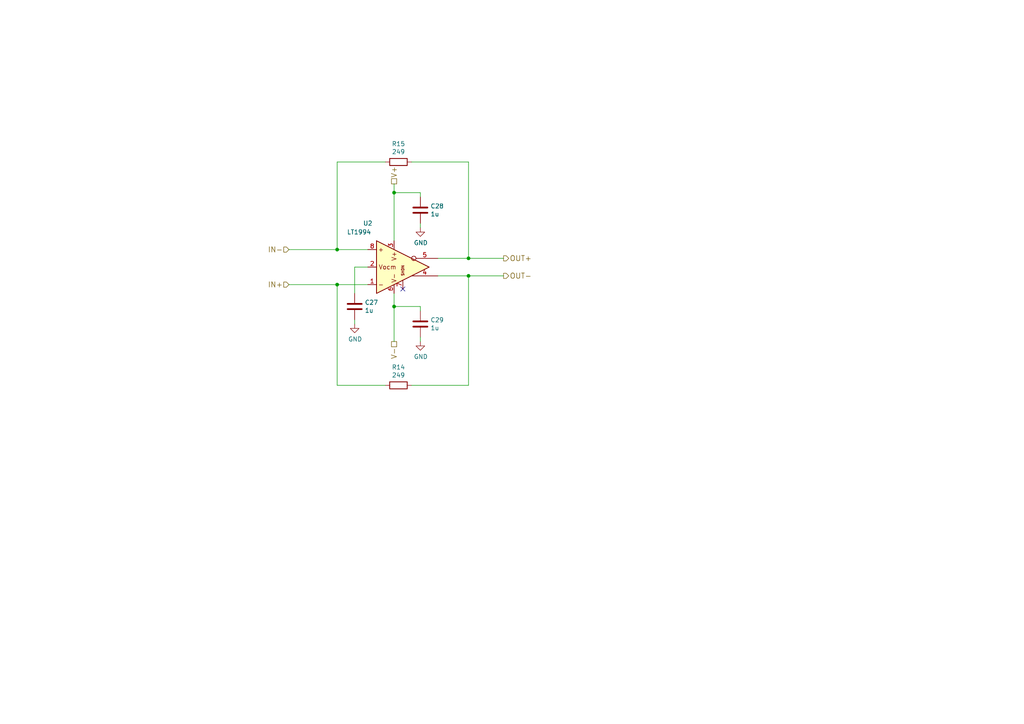
<source format=kicad_sch>
(kicad_sch (version 20230121) (generator eeschema)
  (paper "A4")
  (title_block (title "Low Noise Differential Amplifier") (date "2023-05-02") (rev "v1.1") (comment 1 "Copyright (©) 2023, Patrick Baus <patrick.baus@physik.tu-darmstadt.de>") (comment 2 "Licensed under CERN OHL v.1.2"))
  (lib_symbols
    (symbol "Device:C" (pin_numbers hide) (pin_names (offset 0.254))
      (property "Reference" "C" (at 0.635 2.54 0))
      (property "Value" "C" (at 0.635 -2.54 0))
      (symbol "C_0_1"
        (polyline (pts (xy -2.032 -0.762) (xy 2.032 -0.762)) (stroke (width 0.508)))
        (polyline (pts (xy -2.032 0.762) (xy 2.032 0.762)) (stroke (width 0.508)))
      )
      (symbol "C_1_1"
        (pin passive line (at 0 3.81 270) (length 2.794) (name "~") (number "1"))
        (pin passive line (at 0 -3.81 90) (length 2.794) (name "~") (number "2"))
      )
    )
    (symbol "Device:R" (pin_numbers hide) (pin_names (offset 0))
      (property "Reference" "R" (at 2.032 0 90))
      (property "Value" "R" (at 0 0 90))
      (symbol "R_0_1"
        (rectangle (start -1.016 -2.54) (end 1.016 2.54) (stroke (width 0.254)))
      )
      (symbol "R_1_1"
        (pin passive line (at 0 3.81 270) (length 1.27) (name "~") (number "1"))
        (pin passive line (at 0 -3.81 90) (length 1.27) (name "~") (number "2"))
      )
    )
    (symbol "Linear-Technology:LT1994" (pin_names (offset 1.016))
      (property "Reference" "U" (at 7.62 7.62 0))
      (property "Value" "LT1994" (at 3.81 -7.62 0))
      (property "Datasheet" "http://cds.linear.com/docs/en/datasheet/1994fb.pdf" (at 0 -2.54 0))
      (symbol "LT1994_0_0"
        (text " SHDN" (at 2.54 -1.27 900) (effects (font (size 0.762 0.762))))
        (text "+" (at -3.81 5.08 0) (effects (font (size 1.27 1.27))))
        (text "-" (at -3.81 -5.08 0) (effects (font (size 1.27 1.27))))
        (text "V+" (at 0 3.175 900) (effects (font (size 1.27 1.27))))
        (text "V-" (at 0 -3.175 900) (effects (font (size 1.27 1.27))))
        (text "Vocm" (at -1.905 0 0) (effects (font (size 1.27 1.27))))
      )
      (symbol "LT1994_0_1"
        (polyline (pts (xy -5.08 7.62) (xy -5.08 -7.62) (xy 10.16 0) (xy -5.08 7.62)) (stroke (width 0.254)) (fill (type background)))
      )
      (symbol "LT1994_1_1"
        (pin input line (at -7.62 -5.08 0) (length 2.54) (name "~") (number "1"))
        (pin input line (at -7.62 0 0) (length 2.54) (name "~") (number "2"))
        (pin power_in line (at 0 7.62 270) (length 2.54) (name "~") (number "3"))
        (pin output line (at 12.7 -2.54 180) (length 7.62) (name "~") (number "4"))
        (pin output inverted (at 12.7 2.54 180) (length 7.62) (name "~") (number "5"))
        (pin power_in line (at 0 -7.62 90) (length 2.54) (name "~") (number "6"))
        (pin input line (at 2.54 -6.35 90) (length 2.54) (name "~") (number "7"))
        (pin input line (at -7.62 5.08 0) (length 2.54) (name "~") (number "8"))
      )
    )
    (symbol "power:GND" (power) (pin_names (offset 0))
      (property "Value" "GND" (at 0 -3.81 0))
      (symbol "GND_0_1"
        (polyline (pts (xy 0 0) (xy 0 -1.27) (xy 1.27 -1.27) (xy 0 -2.54) (xy -1.27 -1.27) (xy 0 -1.27)))
      )
      (symbol "GND_1_1"
        (pin power_in line (at 0 0 270) (length 0) hide (name "GND") (number "1"))
      )
    )
  )
  (junction (at 114.3 88.9))
  (junction (at 114.3 55.88))
  (junction (at 97.79 72.39))
  (junction (at 135.89 74.93))
  (junction (at 97.79 82.55))
  (junction (at 135.89 80.01))
  (no_connect (at 116.84 83.82))
  (wire (pts (xy 102.87 93.98) (xy 102.87 92.71)))
  (wire (pts (xy 119.38 46.99) (xy 135.89 46.99)))
  (wire (pts (xy 135.89 80.01) (xy 146.05 80.01)))
  (wire (pts (xy 114.3 55.88) (xy 114.3 69.85)))
  (wire (pts (xy 114.3 99.06) (xy 114.3 88.9)))
  (wire (pts (xy 97.79 111.76) (xy 97.79 82.55)))
  (wire (pts (xy 97.79 72.39) (xy 106.68 72.39)))
  (wire (pts (xy 111.76 111.76) (xy 97.79 111.76)))
  (wire (pts (xy 102.87 77.47) (xy 106.68 77.47)))
  (wire (pts (xy 135.89 111.76) (xy 119.38 111.76)))
  (wire (pts (xy 121.92 64.77) (xy 121.92 66.04)))
  (wire (pts (xy 127 80.01) (xy 135.89 80.01)))
  (wire (pts (xy 121.92 57.15) (xy 121.92 55.88)))
  (wire (pts (xy 135.89 46.99) (xy 135.89 74.93)))
  (wire (pts (xy 111.76 46.99) (xy 97.79 46.99)))
  (wire (pts (xy 102.87 85.09) (xy 102.87 77.47)))
  (wire (pts (xy 121.92 97.79) (xy 121.92 99.06)))
  (wire (pts (xy 83.82 72.39) (xy 97.79 72.39)))
  (wire (pts (xy 97.79 82.55) (xy 106.68 82.55)))
  (wire (pts (xy 127 74.93) (xy 135.89 74.93)))
  (wire (pts (xy 114.3 53.34) (xy 114.3 55.88)))
  (wire (pts (xy 121.92 90.17) (xy 121.92 88.9)))
  (wire (pts (xy 121.92 55.88) (xy 114.3 55.88)))
  (wire (pts (xy 135.89 80.01) (xy 135.89 111.76)))
  (wire (pts (xy 135.89 74.93) (xy 146.05 74.93)))
  (wire (pts (xy 83.82 82.55) (xy 97.79 82.55)))
  (wire (pts (xy 97.79 46.99) (xy 97.79 72.39)))
  (wire (pts (xy 121.92 88.9) (xy 114.3 88.9)))
  (wire (pts (xy 114.3 88.9) (xy 114.3 85.09)))
  (hierarchical_label "V-" (shape passive) (at 114.3 99.06 270) (effects (font (size 1.524 1.524))))
  (hierarchical_label "IN+" (shape input) (at 83.82 82.55 180) (effects (font (size 1.524 1.524))))
  (hierarchical_label "IN-" (shape input) (at 83.82 72.39 180) (effects (font (size 1.524 1.524))))
  (hierarchical_label "OUT+" (shape output) (at 146.05 74.93 0) (effects (font (size 1.524 1.524))))
  (hierarchical_label "OUT-" (shape output) (at 146.05 80.01 0) (effects (font (size 1.524 1.524))))
  (hierarchical_label "V+" (shape passive) (at 114.3 53.34 90) (effects (font (size 1.524 1.524))))
  (symbol (lib_id "Linear-Technology:LT1994") (at 114.3 77.47 0) (unit 1)
    (property "Reference" "U2" (at 106.68 64.77 0))
    (property "Value" "LT1994" (at 104.14 67.31 0))
    (property "Footprint" "Package_SO:MSOP-8_3x3mm_P0.65mm" (effects hide))
    (property "MFN" "Analog Devices" (effects hide))
    (property "PN" "LT1994IMS8#PBF" (effects hide))
  )
  (symbol (lib_id "Device:R") (at 115.57 111.76 270) (unit 1)
    (property "Reference" "R14" (at 115.57 106.5022 90))
    (property "Value" "249" (at 115.57 108.8136 90))
    (property "Footprint" "Resistor_THT:R_Axial_DIN0207_L6.3mm_D2.5mm_P10.16mm_Horizontal" (effects hide))
    (property "MFN" "Vishay" (effects hide))
    (property "PN" "RN55C2490BB14" (effects hide))
  )
  (symbol (lib_id "Device:R") (at 115.57 46.99 270) (unit 1)
    (property "Reference" "R15" (at 115.57 41.7322 90))
    (property "Value" "249" (at 115.57 44.0436 90))
    (property "Footprint" "Resistor_THT:R_Axial_DIN0207_L6.3mm_D2.5mm_P10.16mm_Horizontal" (effects hide))
    (property "MFN" "Vishay" (effects hide))
    (property "PN" "RN55C2490BB14" (effects hide))
  )
  (symbol (lib_id "Device:C") (at 102.87 88.9 0) (unit 1)
    (property "Reference" "C27" (at 105.791 87.7316 0) (effects (justify left)))
    (property "Value" "1u" (at 105.791 90.043 0) (effects (justify left)))
    (property "Footprint" "Capacitor_SMD:C_1206_3216Metric" (effects hide))
    (property "MFN" "Cornell Dubilier" (effects hide))
    (property "PN" "FCA1206A105M-H3" (effects hide))
  )
  (symbol (lib_id "power:GND") (at 102.87 93.98 0) (unit 1)
    (property "Reference" "#PWR014" (effects hide))
    (property "Value" "GND" (at 102.997 98.3742 0))
  )
  (symbol (lib_id "Device:C") (at 121.92 60.96 0) (unit 1)
    (property "Reference" "C28" (at 124.841 59.7916 0) (effects (justify left)))
    (property "Value" "1u" (at 124.841 62.103 0) (effects (justify left)))
    (property "Footprint" "Capacitor_THT:C_Rect_L7.2mm_W5.5mm_P5.00mm_FKS2_FKP2_MKS2_MKP2" (effects hide))
    (property "MFN" "WIMA" (effects hide))
    (property "PN" "MKS2C041001F00KC00" (effects hide))
  )
  (symbol (lib_id "power:GND") (at 121.92 66.04 0) (unit 1)
    (property "Reference" "#PWR015" (effects hide))
    (property "Value" "GND" (at 122.047 70.4342 0))
  )
  (symbol (lib_id "Device:C") (at 121.92 93.98 0) (unit 1)
    (property "Reference" "C29" (at 124.841 92.8116 0) (effects (justify left)))
    (property "Value" "1u" (at 124.841 95.123 0) (effects (justify left)))
    (property "Footprint" "Capacitor_THT:C_Rect_L7.2mm_W5.5mm_P5.00mm_FKS2_FKP2_MKS2_MKP2" (effects hide))
    (property "MFN" "WIMA" (effects hide))
    (property "PN" "MKS2C041001F00KC00" (effects hide))
  )
  (symbol (lib_id "power:GND") (at 121.92 99.06 0) (unit 1)
    (property "Reference" "#PWR016" (effects hide))
    (property "Value" "GND" (at 122.047 103.4542 0))
  )
)
</source>
